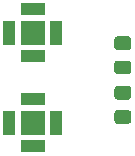
<source format=gbr>
G04 #@! TF.GenerationSoftware,KiCad,Pcbnew,5.1.5*
G04 #@! TF.CreationDate,2020-01-04T22:00:14+01:00*
G04 #@! TF.ProjectId,cs_ina220,63735f69-6e61-4323-9230-2e6b69636164,rev?*
G04 #@! TF.SameCoordinates,Original*
G04 #@! TF.FileFunction,Paste,Bot*
G04 #@! TF.FilePolarity,Positive*
%FSLAX46Y46*%
G04 Gerber Fmt 4.6, Leading zero omitted, Abs format (unit mm)*
G04 Created by KiCad (PCBNEW 5.1.5) date 2020-01-04 22:00:14*
%MOMM*%
%LPD*%
G04 APERTURE LIST*
%ADD10C,0.100000*%
%ADD11R,2.000000X1.000000*%
%ADD12R,1.000000X2.000000*%
%ADD13R,2.000000X2.000000*%
G04 APERTURE END LIST*
D10*
G36*
X135094505Y-94186204D02*
G01*
X135118773Y-94189804D01*
X135142572Y-94195765D01*
X135165671Y-94204030D01*
X135187850Y-94214520D01*
X135208893Y-94227132D01*
X135228599Y-94241747D01*
X135246777Y-94258223D01*
X135263253Y-94276401D01*
X135277868Y-94296107D01*
X135290480Y-94317150D01*
X135300970Y-94339329D01*
X135309235Y-94362428D01*
X135315196Y-94386227D01*
X135318796Y-94410495D01*
X135320000Y-94434999D01*
X135320000Y-95085001D01*
X135318796Y-95109505D01*
X135315196Y-95133773D01*
X135309235Y-95157572D01*
X135300970Y-95180671D01*
X135290480Y-95202850D01*
X135277868Y-95223893D01*
X135263253Y-95243599D01*
X135246777Y-95261777D01*
X135228599Y-95278253D01*
X135208893Y-95292868D01*
X135187850Y-95305480D01*
X135165671Y-95315970D01*
X135142572Y-95324235D01*
X135118773Y-95330196D01*
X135094505Y-95333796D01*
X135070001Y-95335000D01*
X134169999Y-95335000D01*
X134145495Y-95333796D01*
X134121227Y-95330196D01*
X134097428Y-95324235D01*
X134074329Y-95315970D01*
X134052150Y-95305480D01*
X134031107Y-95292868D01*
X134011401Y-95278253D01*
X133993223Y-95261777D01*
X133976747Y-95243599D01*
X133962132Y-95223893D01*
X133949520Y-95202850D01*
X133939030Y-95180671D01*
X133930765Y-95157572D01*
X133924804Y-95133773D01*
X133921204Y-95109505D01*
X133920000Y-95085001D01*
X133920000Y-94434999D01*
X133921204Y-94410495D01*
X133924804Y-94386227D01*
X133930765Y-94362428D01*
X133939030Y-94339329D01*
X133949520Y-94317150D01*
X133962132Y-94296107D01*
X133976747Y-94276401D01*
X133993223Y-94258223D01*
X134011401Y-94241747D01*
X134031107Y-94227132D01*
X134052150Y-94214520D01*
X134074329Y-94204030D01*
X134097428Y-94195765D01*
X134121227Y-94189804D01*
X134145495Y-94186204D01*
X134169999Y-94185000D01*
X135070001Y-94185000D01*
X135094505Y-94186204D01*
G37*
G36*
X135094505Y-92136204D02*
G01*
X135118773Y-92139804D01*
X135142572Y-92145765D01*
X135165671Y-92154030D01*
X135187850Y-92164520D01*
X135208893Y-92177132D01*
X135228599Y-92191747D01*
X135246777Y-92208223D01*
X135263253Y-92226401D01*
X135277868Y-92246107D01*
X135290480Y-92267150D01*
X135300970Y-92289329D01*
X135309235Y-92312428D01*
X135315196Y-92336227D01*
X135318796Y-92360495D01*
X135320000Y-92384999D01*
X135320000Y-93035001D01*
X135318796Y-93059505D01*
X135315196Y-93083773D01*
X135309235Y-93107572D01*
X135300970Y-93130671D01*
X135290480Y-93152850D01*
X135277868Y-93173893D01*
X135263253Y-93193599D01*
X135246777Y-93211777D01*
X135228599Y-93228253D01*
X135208893Y-93242868D01*
X135187850Y-93255480D01*
X135165671Y-93265970D01*
X135142572Y-93274235D01*
X135118773Y-93280196D01*
X135094505Y-93283796D01*
X135070001Y-93285000D01*
X134169999Y-93285000D01*
X134145495Y-93283796D01*
X134121227Y-93280196D01*
X134097428Y-93274235D01*
X134074329Y-93265970D01*
X134052150Y-93255480D01*
X134031107Y-93242868D01*
X134011401Y-93228253D01*
X133993223Y-93211777D01*
X133976747Y-93193599D01*
X133962132Y-93173893D01*
X133949520Y-93152850D01*
X133939030Y-93130671D01*
X133930765Y-93107572D01*
X133924804Y-93083773D01*
X133921204Y-93059505D01*
X133920000Y-93035001D01*
X133920000Y-92384999D01*
X133921204Y-92360495D01*
X133924804Y-92336227D01*
X133930765Y-92312428D01*
X133939030Y-92289329D01*
X133949520Y-92267150D01*
X133962132Y-92246107D01*
X133976747Y-92226401D01*
X133993223Y-92208223D01*
X134011401Y-92191747D01*
X134031107Y-92177132D01*
X134052150Y-92164520D01*
X134074329Y-92154030D01*
X134097428Y-92145765D01*
X134121227Y-92139804D01*
X134145495Y-92136204D01*
X134169999Y-92135000D01*
X135070001Y-92135000D01*
X135094505Y-92136204D01*
G37*
G36*
X135094505Y-87936204D02*
G01*
X135118773Y-87939804D01*
X135142572Y-87945765D01*
X135165671Y-87954030D01*
X135187850Y-87964520D01*
X135208893Y-87977132D01*
X135228599Y-87991747D01*
X135246777Y-88008223D01*
X135263253Y-88026401D01*
X135277868Y-88046107D01*
X135290480Y-88067150D01*
X135300970Y-88089329D01*
X135309235Y-88112428D01*
X135315196Y-88136227D01*
X135318796Y-88160495D01*
X135320000Y-88184999D01*
X135320000Y-88835001D01*
X135318796Y-88859505D01*
X135315196Y-88883773D01*
X135309235Y-88907572D01*
X135300970Y-88930671D01*
X135290480Y-88952850D01*
X135277868Y-88973893D01*
X135263253Y-88993599D01*
X135246777Y-89011777D01*
X135228599Y-89028253D01*
X135208893Y-89042868D01*
X135187850Y-89055480D01*
X135165671Y-89065970D01*
X135142572Y-89074235D01*
X135118773Y-89080196D01*
X135094505Y-89083796D01*
X135070001Y-89085000D01*
X134169999Y-89085000D01*
X134145495Y-89083796D01*
X134121227Y-89080196D01*
X134097428Y-89074235D01*
X134074329Y-89065970D01*
X134052150Y-89055480D01*
X134031107Y-89042868D01*
X134011401Y-89028253D01*
X133993223Y-89011777D01*
X133976747Y-88993599D01*
X133962132Y-88973893D01*
X133949520Y-88952850D01*
X133939030Y-88930671D01*
X133930765Y-88907572D01*
X133924804Y-88883773D01*
X133921204Y-88859505D01*
X133920000Y-88835001D01*
X133920000Y-88184999D01*
X133921204Y-88160495D01*
X133924804Y-88136227D01*
X133930765Y-88112428D01*
X133939030Y-88089329D01*
X133949520Y-88067150D01*
X133962132Y-88046107D01*
X133976747Y-88026401D01*
X133993223Y-88008223D01*
X134011401Y-87991747D01*
X134031107Y-87977132D01*
X134052150Y-87964520D01*
X134074329Y-87954030D01*
X134097428Y-87945765D01*
X134121227Y-87939804D01*
X134145495Y-87936204D01*
X134169999Y-87935000D01*
X135070001Y-87935000D01*
X135094505Y-87936204D01*
G37*
G36*
X135094505Y-89986204D02*
G01*
X135118773Y-89989804D01*
X135142572Y-89995765D01*
X135165671Y-90004030D01*
X135187850Y-90014520D01*
X135208893Y-90027132D01*
X135228599Y-90041747D01*
X135246777Y-90058223D01*
X135263253Y-90076401D01*
X135277868Y-90096107D01*
X135290480Y-90117150D01*
X135300970Y-90139329D01*
X135309235Y-90162428D01*
X135315196Y-90186227D01*
X135318796Y-90210495D01*
X135320000Y-90234999D01*
X135320000Y-90885001D01*
X135318796Y-90909505D01*
X135315196Y-90933773D01*
X135309235Y-90957572D01*
X135300970Y-90980671D01*
X135290480Y-91002850D01*
X135277868Y-91023893D01*
X135263253Y-91043599D01*
X135246777Y-91061777D01*
X135228599Y-91078253D01*
X135208893Y-91092868D01*
X135187850Y-91105480D01*
X135165671Y-91115970D01*
X135142572Y-91124235D01*
X135118773Y-91130196D01*
X135094505Y-91133796D01*
X135070001Y-91135000D01*
X134169999Y-91135000D01*
X134145495Y-91133796D01*
X134121227Y-91130196D01*
X134097428Y-91124235D01*
X134074329Y-91115970D01*
X134052150Y-91105480D01*
X134031107Y-91092868D01*
X134011401Y-91078253D01*
X133993223Y-91061777D01*
X133976747Y-91043599D01*
X133962132Y-91023893D01*
X133949520Y-91002850D01*
X133939030Y-90980671D01*
X133930765Y-90957572D01*
X133924804Y-90933773D01*
X133921204Y-90909505D01*
X133920000Y-90885001D01*
X133920000Y-90234999D01*
X133921204Y-90210495D01*
X133924804Y-90186227D01*
X133930765Y-90162428D01*
X133939030Y-90139329D01*
X133949520Y-90117150D01*
X133962132Y-90096107D01*
X133976747Y-90076401D01*
X133993223Y-90058223D01*
X134011401Y-90041747D01*
X134031107Y-90027132D01*
X134052150Y-90014520D01*
X134074329Y-90004030D01*
X134097428Y-89995765D01*
X134121227Y-89989804D01*
X134145495Y-89986204D01*
X134169999Y-89985000D01*
X135070001Y-89985000D01*
X135094505Y-89986204D01*
G37*
D11*
X127000000Y-89630000D03*
X127000000Y-85630000D03*
D12*
X125000000Y-87630000D03*
X129000000Y-87630000D03*
D13*
X127000000Y-87630000D03*
D11*
X127000000Y-97250000D03*
X127000000Y-93250000D03*
D12*
X125000000Y-95250000D03*
X129000000Y-95250000D03*
D13*
X127000000Y-95250000D03*
M02*

</source>
